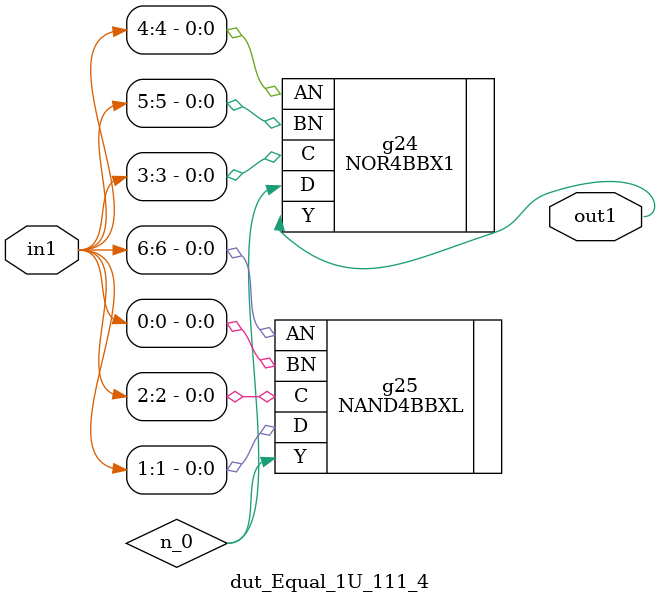
<source format=v>
`timescale 1ps / 1ps


module dut_Equal_1U_111_4(in1, out1);
  input [6:0] in1;
  output out1;
  wire [6:0] in1;
  wire out1;
  wire n_0;
  NOR4BBX1 g24(.AN (in1[4]), .BN (in1[5]), .C (in1[3]), .D (n_0), .Y
       (out1));
  NAND4BBXL g25(.AN (in1[6]), .BN (in1[0]), .C (in1[2]), .D (in1[1]),
       .Y (n_0));
endmodule



</source>
